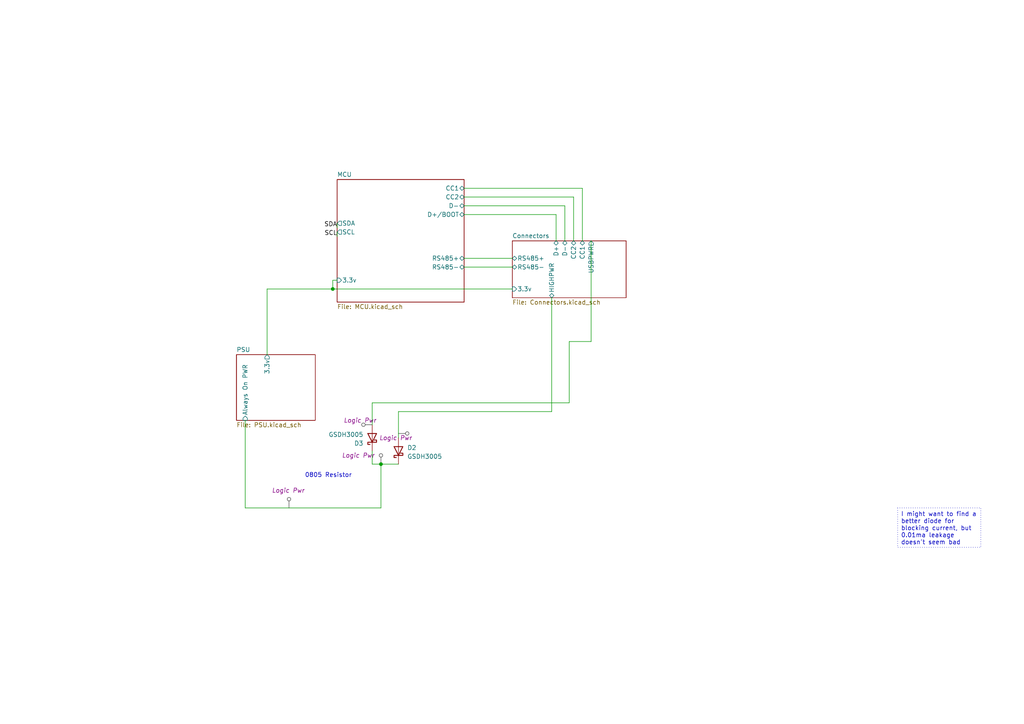
<source format=kicad_sch>
(kicad_sch (version 20250114) (generator "eeschema") (generator_version "9.0")
  (paper "A4")
  (title_block (title "Klipper-To-CACKLE") (date "2025-04-05") (rev "V1") (company "Author: Asher Edwards") (comment 1 "Licensed under CERN-OHL-S"))
  (lib_symbols
    (symbol "Device:D_Schottky" (pin_numbers (hide yes)) (pin_names (offset 1.016) (hide yes))
      (property "Reference" "D" (at 0 2.54 0))
      (property "Value" "D_Schottky" (at 0 -2.54 0))
      (symbol "D_Schottky_0_1"
        (polyline (pts (xy -1.905 0.635) (xy -1.905 1.27) (xy -1.27 1.27) (xy -1.27 -1.27) (xy -0.635 -1.27) (xy -0.635 -0.635)) (stroke (width 0.254)))
        (polyline (pts (xy 1.27 1.27) (xy 1.27 -1.27) (xy -1.27 0) (xy 1.27 1.27)) (stroke (width 0.254)))
        (polyline (pts (xy 1.27 0) (xy -1.27 0)))
      )
      (symbol "D_Schottky_1_1"
        (pin passive line (at -3.81 0 0) (length 2.54) (name "K") (number "1"))
        (pin passive line (at 3.81 0 180) (length 2.54) (name "A") (number "2"))
      )
    )
  )
  (text "0805 Resistor" (at 95.25 137.922 0) (effects (font (size 1.27 1.27))))
  (text_box "I might want to find a better diode for blocking current, but 0.01ma leakage doesn't seem bad" (at 260.35 147.32 0) (size 24.13 11.43) (margins 0.9525 0.9525 0.9525 0.9525) (stroke (width 0) (type dot)) (fill (type color) (color 255 10 16 0)) (effects (font (size 1.27 1.27)) (justify left top)))
  (junction (at 110.49 134.62))
  (junction (at 96.52 83.82))
  (wire (pts (xy 97.79 68.58) (xy 97.79 67.31)))
  (wire (pts (xy 107.95 116.84) (xy 107.95 123.19)))
  (wire (pts (xy 71.12 121.92) (xy 71.12 147.32)))
  (wire (pts (xy 165.1 99.06) (xy 165.1 116.84)))
  (wire (pts (xy 168.91 54.61) (xy 134.62 54.61)))
  (wire (pts (xy 77.47 102.87) (xy 77.47 83.82)))
  (wire (pts (xy 163.83 59.69) (xy 134.62 59.69)))
  (wire (pts (xy 77.47 83.82) (xy 96.52 83.82)))
  (wire (pts (xy 161.29 62.23) (xy 134.62 62.23)))
  (wire (pts (xy 107.95 134.62) (xy 110.49 134.62)))
  (wire (pts (xy 71.12 147.32) (xy 110.49 147.32)))
  (wire (pts (xy 168.91 69.85) (xy 168.91 54.61)))
  (wire (pts (xy 107.95 130.81) (xy 107.95 134.62)))
  (wire (pts (xy 97.79 81.28) (xy 96.52 81.28)))
  (wire (pts (xy 115.57 119.38) (xy 160.02 119.38)))
  (wire (pts (xy 166.37 69.85) (xy 166.37 57.15)))
  (wire (pts (xy 163.83 69.85) (xy 163.83 59.69)))
  (wire (pts (xy 107.95 116.84) (xy 165.1 116.84)))
  (wire (pts (xy 110.49 134.62) (xy 110.49 147.32)))
  (wire (pts (xy 110.49 134.62) (xy 115.57 134.62)))
  (wire (pts (xy 166.37 57.15) (xy 134.62 57.15)))
  (wire (pts (xy 161.29 69.85) (xy 161.29 62.23)))
  (wire (pts (xy 97.79 66.04) (xy 97.79 64.77)))
  (wire (pts (xy 165.1 99.06) (xy 171.45 99.06)))
  (wire (pts (xy 96.52 83.82) (xy 148.59 83.82)))
  (wire (pts (xy 115.57 119.38) (xy 115.57 127)))
  (wire (pts (xy 134.62 77.47) (xy 148.59 77.47)))
  (wire (pts (xy 134.62 74.93) (xy 148.59 74.93)))
  (wire (pts (xy 96.52 81.28) (xy 96.52 83.82)))
  (wire (pts (xy 171.45 99.06) (xy 171.45 69.85)))
  (wire (pts (xy 160.02 86.36) (xy 160.02 119.38)))
  (label "SDA" (at 97.79 66.04 180))
  (label "SCL" (at 97.79 68.58 180))
  (netclass_flag "" (length 2.54) (shape round) (at 110.49 134.62 0) (property "Netclass" "Logic Pwr" (at 108.712 132.08 0) (effects (font (italic yes)) (justify right))))
  (netclass_flag "" (length 2.54) (shape round) (at 115.57 125.73 270) (property "Netclass" "Logic Pwr" (at 109.982 127 0) (effects (font (italic yes)) (justify left))))
  (netclass_flag "" (length 2.54) (shape round) (at 83.82 147.32 0) (property "Netclass" "Logic Pwr" (at 88.392 142.24 0) (effects (font (italic yes)) (justify right))))
  (netclass_flag "" (length 2.54) (shape round) (at 107.95 123.19 90) (property "Netclass" "Logic Pwr" (at 109.22 121.92 0) (effects (font (italic yes)) (justify right))))
  (symbol (lib_id "Device:D_Schottky") (at 107.95 127 90) (unit 1)
    (property "Reference" "D3" (at 105.41 128.5876 90) (effects (justify left)))
    (property "Value" "GSDH3005" (at 105.41 126.0476 90) (effects (justify left)))
    (property "Footprint" "Diode_SMD:D_0402_1005Metric" (effects (hide yes)))
    (property "Description" "Schottky diode" (effects (hide yes)))
    (property "Sim.Device" "D" (effects (hide yes)))
    (property "Sim.Pins" "1=K 2=A" (effects (hide yes)))
    (property "LCSC" "C2837790" (effects (hide yes)))
  )
  (symbol (lib_id "Device:D_Schottky") (at 115.57 130.81 90) (unit 1)
    (property "Reference" "D2" (at 118.11 129.8574 90) (effects (justify right)))
    (property "Value" "GSDH3005" (at 118.11 132.3974 90) (effects (justify right)))
    (property "Footprint" "Diode_SMD:D_0402_1005Metric" (effects (hide yes)))
    (property "Description" "Schottky diode" (effects (hide yes)))
    (property "Sim.Device" "D" (effects (hide yes)))
    (property "Sim.Pins" "1=K 2=A" (effects (hide yes)))
    (property "LCSC" "C2837790" (effects (hide yes)))
  )
  (sheet (at 148.59 69.85) (size 33.02 16.51) (stroke (width 0.1524))
    (property "Sheetname" "Connectors" (at 148.59 69.1384 0) (effects (justify left bottom)))
    (property "Sheetfile" "Connectors.kicad_sch" (at 148.59 86.9446 0) (effects (justify left top)))
    (pin "USBPWR" output (at 171.45 69.85 90))
    (pin "RS485+" bidirectional (at 148.59 74.93 180))
    (pin "3.3v" input (at 148.59 83.82 180))
    (pin "RS485-" bidirectional (at 148.59 77.47 180))
    (pin "CC1" bidirectional (at 168.91 69.85 90))
    (pin "CC2" bidirectional (at 166.37 69.85 90))
    (pin "D-" bidirectional (at 163.83 69.85 90))
    (pin "D+" bidirectional (at 161.29 69.85 90))
    (pin "HIGHPWR" bidirectional (at 160.02 86.36 270))
  )
  (sheet (at 97.79 52.07) (size 36.83 35.56) (stroke (width 0.1524))
    (property "Sheetname" "MCU" (at 97.79 51.3584 0) (effects (justify left bottom)))
    (property "Sheetfile" "MCU.kicad_sch" (at 97.79 88.2146 0) (effects (justify left top)))
    (pin "3.3v" input (at 97.79 81.28 180))
    (pin "SDA" output (at 97.79 64.77 180))
    (pin "SCL" output (at 97.79 67.31 180))
    (pin "RS485-" bidirectional (at 134.62 77.47 0))
    (pin "RS485+" bidirectional (at 134.62 74.93 0))
    (pin "D+{slash}BOOT" bidirectional (at 134.62 62.23 0))
    (pin "CC2" bidirectional (at 134.62 57.15 0))
    (pin "D-" bidirectional (at 134.62 59.69 0))
    (pin "CC1" bidirectional (at 134.62 54.61 0))
  )
  (sheet (at 68.58 102.87) (size 22.86 19.05) (stroke (width 0.1524))
    (property "Sheetname" "PSU" (at 68.58 102.1584 0) (effects (justify left bottom)))
    (property "Sheetfile" "PSU.kicad_sch" (at 68.58 122.5046 0) (effects (justify left top)))
    (pin "3.3v" output (at 77.47 102.87 90))
    (pin "Always On PWR" input (at 71.12 121.92 270))
  )
)
</source>
